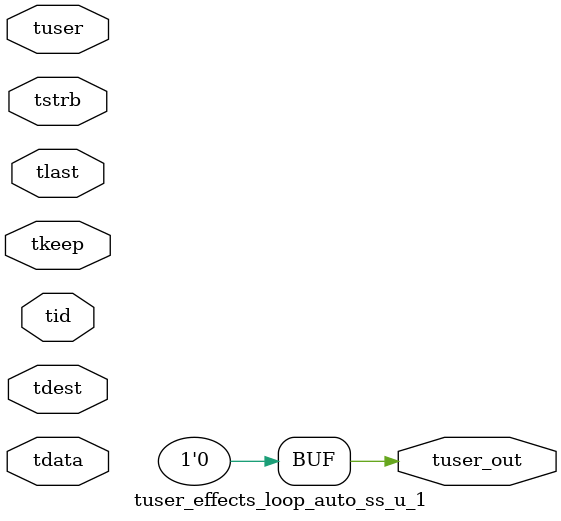
<source format=v>


`timescale 1ps/1ps

module tuser_effects_loop_auto_ss_u_1 #
(
parameter C_S_AXIS_TUSER_WIDTH = 1,
parameter C_S_AXIS_TDATA_WIDTH = 32,
parameter C_S_AXIS_TID_WIDTH   = 0,
parameter C_S_AXIS_TDEST_WIDTH = 0,
parameter C_M_AXIS_TUSER_WIDTH = 1
)
(
input  [(C_S_AXIS_TUSER_WIDTH == 0 ? 1 : C_S_AXIS_TUSER_WIDTH)-1:0     ] tuser,
input  [(C_S_AXIS_TDATA_WIDTH == 0 ? 1 : C_S_AXIS_TDATA_WIDTH)-1:0     ] tdata,
input  [(C_S_AXIS_TID_WIDTH   == 0 ? 1 : C_S_AXIS_TID_WIDTH)-1:0       ] tid,
input  [(C_S_AXIS_TDEST_WIDTH == 0 ? 1 : C_S_AXIS_TDEST_WIDTH)-1:0     ] tdest,
input  [(C_S_AXIS_TDATA_WIDTH/8)-1:0 ] tkeep,
input  [(C_S_AXIS_TDATA_WIDTH/8)-1:0 ] tstrb,
input                                                                    tlast,
output [C_M_AXIS_TUSER_WIDTH-1:0] tuser_out
);

assign tuser_out = {1'b0};

endmodule


</source>
